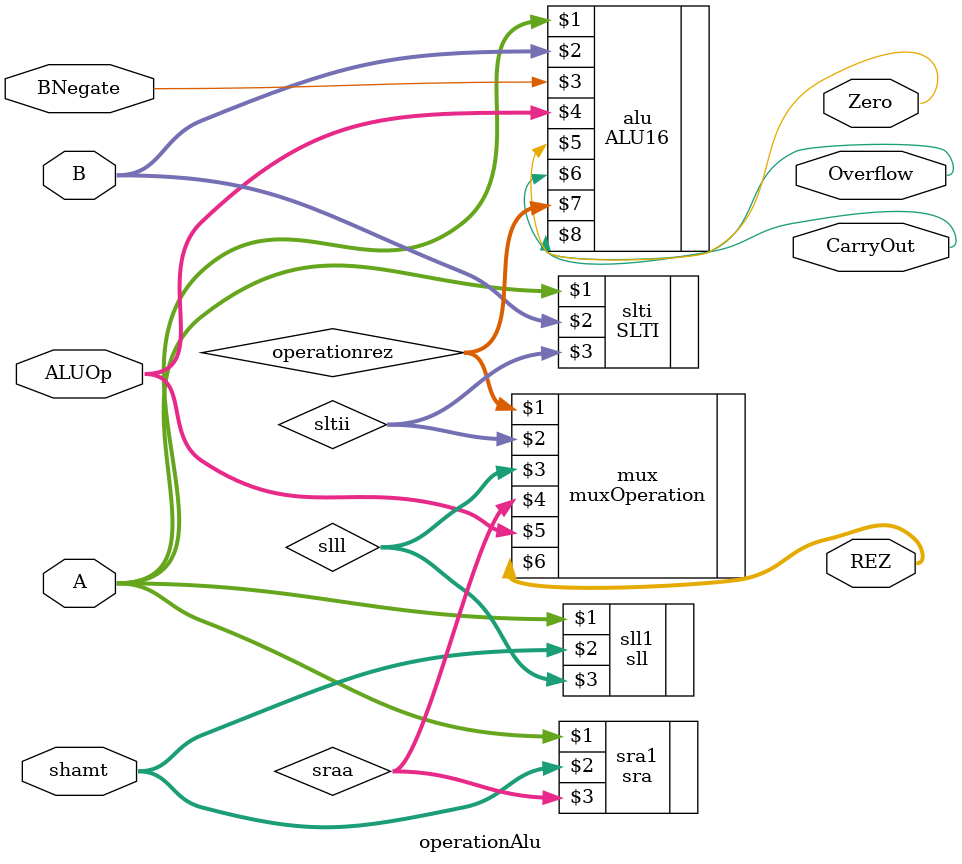
<source format=v>

module operationAlu(
    input [15:0] A,
    input [15:0] B,
    input BNegate,
    input [2:0] ALUOp,
    input [3:0]shamt,
    output Zero,
    output Overflow,
    output [15:0] REZ,
    output CarryOut
    );
   
    wire[15:0] operationrez;
    wire[15:0] sltii;
    wire[15:0] slll;
    wire[15:0] sraa;
   
     ALU16 alu(A, B,BNegate, ALUOp, Zero, Overflow, operationrez, CarryOut);
   
     SLTI slti(A, B, sltii);
     sll sll1(A, shamt, slll);
     sra sra1(A, shamt, sraa);

   
    muxOperation mux(operationrez, sltii, slll,sraa, ALUOp, REZ);
   
endmodule
</source>
